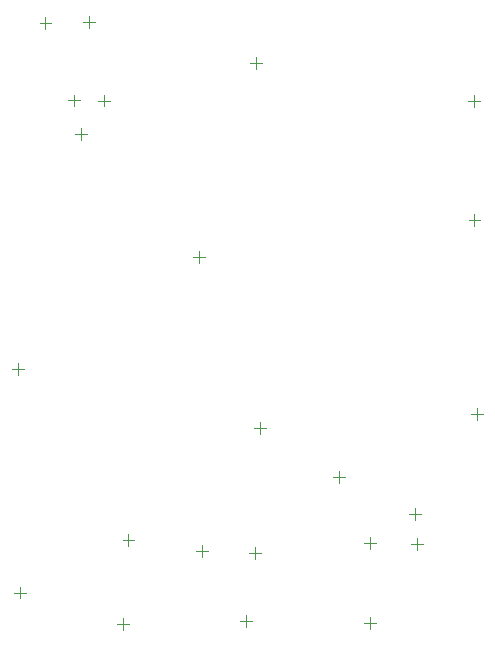
<source format=gbr>
G04*
G04 #@! TF.GenerationSoftware,Altium Limited,Altium Designer,24.2.2 (26)*
G04*
G04 Layer_Color=0*
%FSLAX43Y43*%
%MOMM*%
G71*
G04*
G04 #@! TF.SameCoordinates,78AD72C9-59E1-4A50-B3D3-B96FA2B5B495*
G04*
G04*
G04 #@! TF.FilePolarity,Positive*
G04*
G01*
G75*
%ADD56C,0.100*%
D56*
X6150Y10325D02*
X7150D01*
X6650Y9825D02*
Y10825D01*
X5975Y29250D02*
X6975D01*
X6475Y28750D02*
Y29750D01*
X8275Y58525D02*
X9275D01*
X8775Y58025D02*
Y59025D01*
X10712Y51987D02*
X11712D01*
X11212Y51487D02*
Y52487D01*
X13225Y51975D02*
X14225D01*
X13725Y51475D02*
Y52475D01*
X21300Y38700D02*
X22300D01*
X21800Y38200D02*
Y39200D01*
X44575Y51950D02*
X45575D01*
X45075Y51450D02*
Y52450D01*
X44600Y41875D02*
X45600D01*
X45100Y41375D02*
Y42375D01*
X44800Y25425D02*
X45800D01*
X45300Y24925D02*
Y25925D01*
X25775Y7400D02*
Y8400D01*
X25275Y7900D02*
X26275D01*
X15300Y14775D02*
X16300D01*
X15800Y14275D02*
Y15275D01*
X11975Y58650D02*
X12975D01*
X12475Y58150D02*
Y59150D01*
X11250Y49175D02*
X12250D01*
X11750Y48675D02*
Y49675D01*
X22050Y13350D02*
Y14350D01*
X21550Y13850D02*
X22550D01*
X26000Y13650D02*
X27000D01*
X26500Y13150D02*
Y14150D01*
X36275Y7250D02*
Y8250D01*
X35775Y7750D02*
X36775D01*
X36225Y14025D02*
Y15025D01*
X35725Y14525D02*
X36725D01*
X40225Y13950D02*
Y14950D01*
X39725Y14450D02*
X40725D01*
X26450Y24225D02*
X27450D01*
X26950Y23725D02*
Y24725D01*
X33125Y20125D02*
X34125D01*
X33625Y19625D02*
Y20625D01*
X26575Y54645D02*
Y55645D01*
X26075Y55145D02*
X27075D01*
X39550Y16950D02*
X40550D01*
X40050Y16450D02*
Y17450D01*
X15325Y7150D02*
Y8150D01*
X14825Y7650D02*
X15825D01*
M02*

</source>
